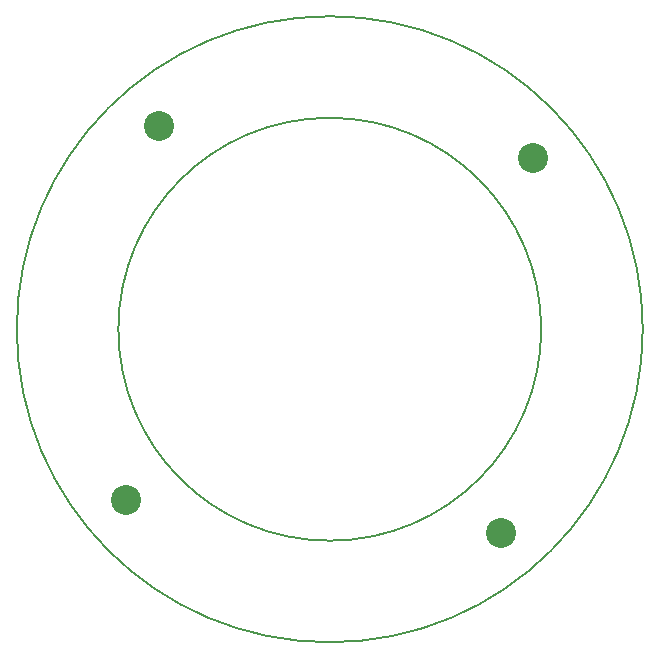
<source format=gbr>
*
*
G04 PADS9.1 Build Number: 392894 generated Gerber (RS-274-X) file*
G04 PC Version=2.1*
*
%IN "AdC_LCORE-1.pcb"*%
*
%MOIN*%
*
%FSLAX35Y35*%
*
*
*
*
G04 PC Standard Apertures*
*
*
G04 Thermal Relief Aperture macro.*
%AMTER*
1,1,$1,0,0*
1,0,$1-$2,0,0*
21,0,$3,$4,0,0,45*
21,0,$3,$4,0,0,135*
%
*
*
G04 Annular Aperture macro.*
%AMANN*
1,1,$1,0,0*
1,0,$2,0,0*
%
*
*
G04 Odd Aperture macro.*
%AMODD*
1,1,$1,0,0*
1,0,$1-0.005,0,0*
%
*
*
G04 PC Custom Aperture Macros*
*
*
*
*
*
*
G04 PC Aperture Table*
*
%ADD010C,0.001*%
%ADD022C,0.00709*%
%ADD031C,0.1*%
*
*
*
*
G04 PC Circuitry*
G04 Layer Name AdC_LCORE-1.pcb - circuitry*
%LPD*%
*
*
G04 PC Custom Flashes*
G04 Layer Name AdC_LCORE-1.pcb - flashes*
%LPD*%
*
*
G04 PC Circuitry*
G04 Layer Name AdC_LCORE-1.pcb - circuitry*
%LPD*%
*
G54D10*
G54D22*
G01X2104331Y1600000D02*
G75*
G03X2104331I-104331J0D01*
G01X2070471D02*
G03X2070471I-70471J0D01*
G54D31*
G01X1943060Y1667858D03*
X2067858Y1656940D03*
X2056940Y1532142D03*
X1932142Y1543060D03*
G74*
X0Y0D02*
M02*

</source>
